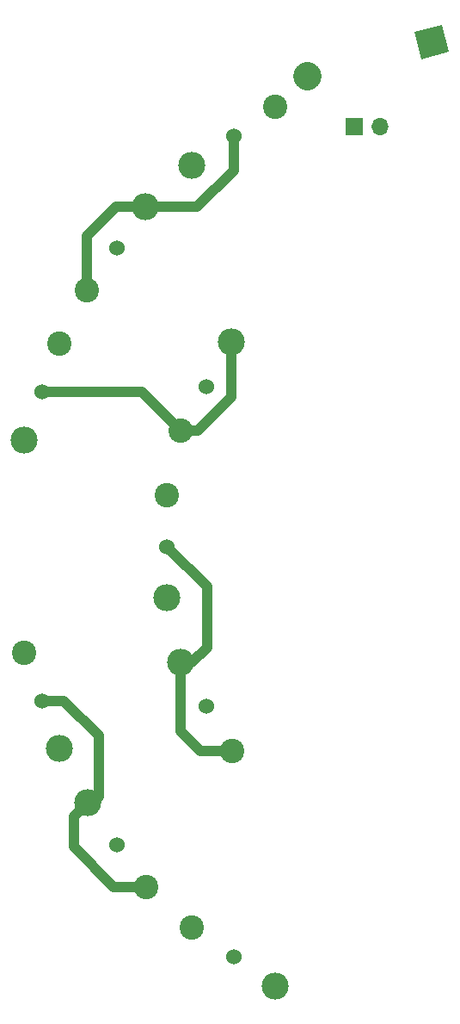
<source format=gbr>
G04 #@! TF.GenerationSoftware,KiCad,Pcbnew,(5.1.5)-3*
G04 #@! TF.CreationDate,2020-06-25T14:03:02-07:00*
G04 #@! TF.ProjectId,LCP_Battery,4c43505f-4261-4747-9465-72792e6b6963,rev?*
G04 #@! TF.SameCoordinates,Original*
G04 #@! TF.FileFunction,Copper,L2,Bot*
G04 #@! TF.FilePolarity,Positive*
%FSLAX46Y46*%
G04 Gerber Fmt 4.6, Leading zero omitted, Abs format (unit mm)*
G04 Created by KiCad (PCBNEW (5.1.5)-3) date 2020-06-25 14:03:02*
%MOMM*%
%LPD*%
G04 APERTURE LIST*
%ADD10O,1.700000X1.700000*%
%ADD11R,1.700000X1.700000*%
%ADD12C,2.400000*%
%ADD13C,2.655001*%
%ADD14C,1.524000*%
%ADD15C,2.800000*%
%ADD16C,0.100000*%
%ADD17C,1.016000*%
G04 APERTURE END LIST*
D10*
X122105420Y-47912020D03*
D11*
X119565420Y-47912020D03*
D12*
X101133186Y-84169606D03*
D13*
X101133186Y-94199606D03*
D14*
X101133186Y-89199606D03*
D15*
X114908002Y-42893222D02*
X114908002Y-42893222D01*
G04 #@! TA.AperFunction,ComponentPad*
D16*
G36*
X128165209Y-37891577D02*
G01*
X128889903Y-40596169D01*
X126185311Y-41320863D01*
X125460617Y-38616271D01*
X128165209Y-37891577D01*
G37*
G04 #@! TD.AperFunction*
D12*
X103534091Y-126668058D03*
D13*
X111750186Y-132421029D03*
D14*
X107654426Y-129553147D03*
D12*
X99024089Y-122644355D03*
D13*
X93271118Y-114428260D03*
D14*
X96139000Y-118524020D03*
D12*
X87064098Y-99649667D03*
D13*
X90494560Y-109074784D03*
D14*
X88784459Y-104376321D03*
D12*
X107495637Y-109298448D03*
D13*
X102480637Y-100612213D03*
D14*
X104980637Y-104942340D03*
D12*
X102465637Y-77812980D03*
D13*
X107480637Y-69126745D03*
D14*
X104980637Y-73456872D03*
D12*
X90504820Y-69296237D03*
D13*
X87074358Y-78721354D03*
D14*
X88784459Y-74022891D03*
D12*
X93253911Y-63995527D03*
D13*
X99006882Y-55779432D03*
D14*
X96139000Y-59875192D03*
X107654426Y-48846065D03*
D13*
X103558666Y-51713947D03*
D12*
X111774761Y-45960976D03*
D17*
X107654426Y-48846065D02*
X107654426Y-52210634D01*
X104085628Y-55779432D02*
X99006882Y-55779432D01*
X107654426Y-52210634D02*
X104085628Y-55779432D01*
X93253911Y-58638089D02*
X93253911Y-63995527D01*
X99006882Y-55779432D02*
X96112568Y-55779432D01*
X96112568Y-55779432D02*
X93253911Y-58638089D01*
X98675548Y-74022891D02*
X102465637Y-77812980D01*
X88784459Y-74022891D02*
X98675548Y-74022891D01*
X107480637Y-71004113D02*
X107480637Y-69126745D01*
X107480637Y-74495036D02*
X107480637Y-71004113D01*
X104162693Y-77812980D02*
X107480637Y-74495036D01*
X102465637Y-77812980D02*
X104162693Y-77812980D01*
X101133186Y-89199606D02*
X105044240Y-93110660D01*
X105044240Y-93110660D02*
X105044240Y-99113340D01*
X103548180Y-100609400D02*
X103411020Y-100609400D01*
X105044240Y-99113340D02*
X103548180Y-100609400D01*
X103545367Y-100612213D02*
X103548180Y-100609400D01*
X102480637Y-100612213D02*
X103545367Y-100612213D01*
X102480637Y-100612213D02*
X102480637Y-107381783D01*
X104397302Y-109298448D02*
X107495637Y-109298448D01*
X102480637Y-107381783D02*
X104397302Y-109298448D01*
X94391480Y-113753900D02*
X94350840Y-113794540D01*
X94391480Y-107800140D02*
X94391480Y-113753900D01*
X88784459Y-104376321D02*
X90967661Y-104376321D01*
X90967661Y-104376321D02*
X94391480Y-107800140D01*
X93717120Y-114428260D02*
X94391480Y-113753900D01*
X93271118Y-114428260D02*
X93717120Y-114428260D01*
X95854975Y-122644355D02*
X99024089Y-122644355D01*
X91943619Y-118732999D02*
X95854975Y-122644355D01*
X93271118Y-114428260D02*
X91943619Y-115755759D01*
X91943619Y-115755759D02*
X91943619Y-118732999D01*
M02*

</source>
